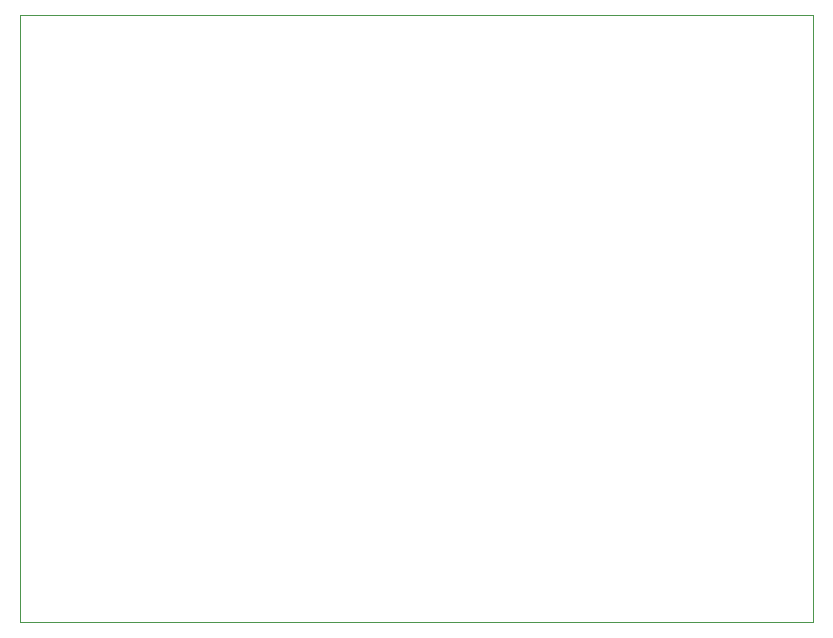
<source format=gbr>
%TF.GenerationSoftware,KiCad,Pcbnew,7.0.8*%
%TF.CreationDate,2024-08-05T22:26:54-04:00*%
%TF.ProjectId,wsg1.0,77736731-2e30-42e6-9b69-6361645f7063,rev?*%
%TF.SameCoordinates,Original*%
%TF.FileFunction,Profile,NP*%
%FSLAX46Y46*%
G04 Gerber Fmt 4.6, Leading zero omitted, Abs format (unit mm)*
G04 Created by KiCad (PCBNEW 7.0.8) date 2024-08-05 22:26:54*
%MOMM*%
%LPD*%
G01*
G04 APERTURE LIST*
%TA.AperFunction,Profile*%
%ADD10C,0.100000*%
%TD*%
G04 APERTURE END LIST*
D10*
X81880000Y-93220000D02*
X148960000Y-93220000D01*
X148960000Y-144610000D01*
X81880000Y-144610000D01*
X81880000Y-93220000D01*
M02*

</source>
